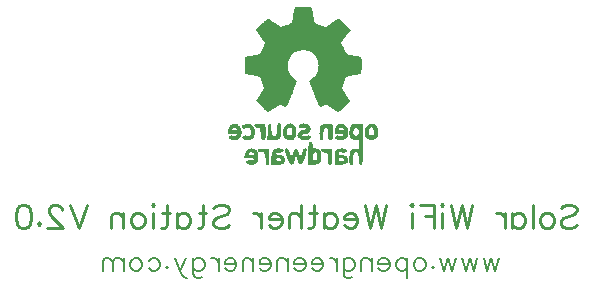
<source format=gbo>
G04 Layer: BottomSilkLayer*
G04 EasyEDA v5.9.42, Fri, 15 Feb 2019 08:44:07 GMT*
G04 63fce91bb22149d2a5f5640f5a0d42c2*
G04 Gerber Generator version 0.2*
G04 Scale: 100 percent, Rotated: No, Reflected: No *
G04 Dimensions in inches *
G04 leading zeros omitted , absolute positions ,2 integer and 4 decimal *
%FSLAX24Y24*%
%MOIN*%
G90*
G70D02*

%ADD10C,0.010000*%
%ADD23C,0.008000*%

%LPD*%

%LPD*%
G36*
G01X15095Y6348D02*
G01X15072Y6350D01*
G01X15050Y6349D01*
G01X15027Y6347D01*
G01X15006Y6343D01*
G01X14985Y6337D01*
G01X14965Y6329D01*
G01X14946Y6319D01*
G01X14930Y6307D01*
G01X14915Y6292D01*
G01X14904Y6279D01*
G01X14893Y6262D01*
G01X14882Y6242D01*
G01X14872Y6221D01*
G01X14862Y6199D01*
G01X14854Y6176D01*
G01X14847Y6154D01*
G01X14842Y6132D01*
G01X14821Y6030D01*
G01X15030Y6030D01*
G01X15064Y6028D01*
G01X15092Y6025D01*
G01X15113Y6021D01*
G01X15129Y6015D01*
G01X15139Y6009D01*
G01X15143Y6000D01*
G01X15142Y5990D01*
G01X15127Y5975D01*
G01X15098Y5962D01*
G01X15059Y5953D01*
G01X15014Y5950D01*
G01X14968Y5948D01*
G01X14926Y5943D01*
G01X14894Y5936D01*
G01X14876Y5927D01*
G01X14867Y5915D01*
G01X14864Y5901D01*
G01X14867Y5888D01*
G01X14875Y5875D01*
G01X14886Y5861D01*
G01X14902Y5848D01*
G01X14922Y5837D01*
G01X14944Y5827D01*
G01X14969Y5818D01*
G01X14996Y5811D01*
G01X15024Y5807D01*
G01X15053Y5806D01*
G01X15076Y5807D01*
G01X15098Y5809D01*
G01X15120Y5812D01*
G01X15139Y5817D01*
G01X15158Y5823D01*
G01X15176Y5830D01*
G01X15192Y5839D01*
G01X15207Y5850D01*
G01X15221Y5861D01*
G01X15234Y5874D01*
G01X15245Y5888D01*
G01X15256Y5904D01*
G01X15264Y5921D01*
G01X15272Y5939D01*
G01X15279Y5959D01*
G01X15285Y5980D01*
G01X15289Y6003D01*
G01X15292Y6026D01*
G01X15294Y6078D01*
G01X15293Y6111D01*
G01X15290Y6142D01*
G01X15285Y6171D01*
G01X15279Y6198D01*
G01X15270Y6223D01*
G01X15260Y6245D01*
G01X15247Y6265D01*
G01X15233Y6283D01*
G01X15218Y6298D01*
G01X15200Y6311D01*
G01X15181Y6322D01*
G01X15161Y6332D01*
G01X15140Y6339D01*
G01X15118Y6344D01*
G01X15095Y6348D01*
G37*

%LPC*%
G36*
G01X15090Y6221D02*
G01X15067Y6223D01*
G01X15044Y6221D01*
G01X15023Y6215D01*
G01X15006Y6205D01*
G01X14994Y6191D01*
G01X14990Y6174D01*
G01X14995Y6154D01*
G01X15011Y6139D01*
G01X15036Y6130D01*
G01X15070Y6126D01*
G01X15097Y6128D01*
G01X15118Y6132D01*
G01X15134Y6138D01*
G01X15145Y6147D01*
G01X15150Y6158D01*
G01X15149Y6171D01*
G01X15142Y6185D01*
G01X15128Y6201D01*
G01X15111Y6213D01*
G01X15090Y6221D01*
G37*

%LPD*%
G36*
G01X15470Y6346D02*
G01X15420Y6347D01*
G01X15379Y6346D01*
G01X15346Y6343D01*
G01X15319Y6339D01*
G01X15301Y6333D01*
G01X15288Y6325D01*
G01X15280Y6315D01*
G01X15278Y6304D01*
G01X15281Y6282D01*
G01X15289Y6263D01*
G01X15303Y6247D01*
G01X15321Y6234D01*
G01X15342Y6224D01*
G01X15368Y6218D01*
G01X15396Y6215D01*
G01X15426Y6217D01*
G01X15440Y6218D01*
G01X15453Y6217D01*
G01X15465Y6214D01*
G01X15476Y6208D01*
G01X15486Y6201D01*
G01X15494Y6190D01*
G01X15502Y6178D01*
G01X15509Y6163D01*
G01X15515Y6145D01*
G01X15520Y6125D01*
G01X15525Y6102D01*
G01X15528Y6076D01*
G01X15531Y6047D01*
G01X15532Y6015D01*
G01X15534Y5980D01*
G01X15534Y5942D01*
G01X15535Y5903D01*
G01X15537Y5872D01*
G01X15540Y5848D01*
G01X15546Y5831D01*
G01X15555Y5819D01*
G01X15566Y5811D01*
G01X15580Y5807D01*
G01X15599Y5806D01*
G01X15612Y5806D01*
G01X15624Y5809D01*
G01X15634Y5813D01*
G01X15642Y5821D01*
G01X15648Y5832D01*
G01X15653Y5848D01*
G01X15656Y5868D01*
G01X15659Y5895D01*
G01X15661Y5928D01*
G01X15662Y5969D01*
G01X15663Y6017D01*
G01X15663Y6344D01*
G01X15470Y6346D01*
G37*

%LPD*%
G36*
G01X17570Y6346D02*
G01X17525Y6346D01*
G01X17487Y6345D01*
G01X17456Y6342D01*
G01X17432Y6338D01*
G01X17415Y6332D01*
G01X17403Y6324D01*
G01X17396Y6315D01*
G01X17393Y6303D01*
G01X17396Y6283D01*
G01X17404Y6265D01*
G01X17417Y6249D01*
G01X17434Y6235D01*
G01X17455Y6224D01*
G01X17479Y6215D01*
G01X17507Y6210D01*
G01X17538Y6208D01*
G01X17551Y6207D01*
G01X17562Y6205D01*
G01X17572Y6200D01*
G01X17580Y6194D01*
G01X17587Y6185D01*
G01X17593Y6172D01*
G01X17597Y6156D01*
G01X17601Y6136D01*
G01X17604Y6111D01*
G01X17607Y6082D01*
G01X17609Y6047D01*
G01X17611Y6006D01*
G01X17614Y5966D01*
G01X17616Y5931D01*
G01X17618Y5901D01*
G01X17622Y5877D01*
G01X17626Y5857D01*
G01X17630Y5841D01*
G01X17636Y5828D01*
G01X17643Y5819D01*
G01X17651Y5813D01*
G01X17660Y5809D01*
G01X17671Y5807D01*
G01X17684Y5806D01*
G01X17697Y5806D01*
G01X17708Y5809D01*
G01X17717Y5813D01*
G01X17725Y5821D01*
G01X17731Y5832D01*
G01X17736Y5848D01*
G01X17740Y5869D01*
G01X17743Y5896D01*
G01X17744Y5929D01*
G01X17745Y5970D01*
G01X17746Y6018D01*
G01X17746Y6344D01*
G01X17570Y6346D01*
G37*

%LPD*%
G36*
G01X18106Y6348D02*
G01X18076Y6350D01*
G01X18044Y6349D01*
G01X18013Y6346D01*
G01X17982Y6342D01*
G01X17953Y6336D01*
G01X17927Y6328D01*
G01X17904Y6317D01*
G01X17892Y6310D01*
G01X17881Y6302D01*
G01X17872Y6292D01*
G01X17865Y6280D01*
G01X17859Y6265D01*
G01X17853Y6247D01*
G01X17850Y6226D01*
G01X17847Y6200D01*
G01X17844Y6169D01*
G01X17843Y6134D01*
G01X17843Y6093D01*
G01X17842Y6045D01*
G01X17842Y5806D01*
G01X18045Y5806D01*
G01X18074Y5808D01*
G01X18102Y5811D01*
G01X18127Y5815D01*
G01X18151Y5820D01*
G01X18173Y5826D01*
G01X18193Y5834D01*
G01X18211Y5842D01*
G01X18227Y5852D01*
G01X18241Y5862D01*
G01X18253Y5874D01*
G01X18264Y5886D01*
G01X18272Y5900D01*
G01X18278Y5915D01*
G01X18282Y5930D01*
G01X18285Y5947D01*
G01X18285Y5965D01*
G01X18282Y5983D01*
G01X18278Y6003D01*
G01X18272Y6023D01*
G01X18262Y6048D01*
G01X18252Y6068D01*
G01X18239Y6084D01*
G01X18222Y6096D01*
G01X18202Y6105D01*
G01X18177Y6112D01*
G01X18145Y6117D01*
G01X18106Y6120D01*
G01X18072Y6123D01*
G01X18043Y6128D01*
G01X18020Y6133D01*
G01X18002Y6139D01*
G01X17988Y6147D01*
G01X17978Y6157D01*
G01X17972Y6168D01*
G01X17970Y6180D01*
G01X17972Y6194D01*
G01X17976Y6204D01*
G01X17982Y6212D01*
G01X17993Y6217D01*
G01X18008Y6219D01*
G01X18027Y6219D01*
G01X18051Y6217D01*
G01X18111Y6209D01*
G01X18139Y6209D01*
G01X18164Y6211D01*
G01X18186Y6216D01*
G01X18206Y6223D01*
G01X18221Y6231D01*
G01X18232Y6242D01*
G01X18240Y6254D01*
G01X18243Y6267D01*
G01X18240Y6282D01*
G01X18233Y6297D01*
G01X18220Y6313D01*
G01X18205Y6324D01*
G01X18186Y6332D01*
G01X18163Y6340D01*
G01X18136Y6345D01*
G01X18106Y6348D01*
G37*

%LPC*%
G36*
G01X18075Y6029D02*
G01X18045Y6030D01*
G01X18014Y6027D01*
G01X17991Y6017D01*
G01X17976Y6002D01*
G01X17970Y5982D01*
G01X17973Y5970D01*
G01X17981Y5959D01*
G01X17993Y5950D01*
G01X18009Y5943D01*
G01X18027Y5938D01*
G01X18046Y5934D01*
G01X18066Y5933D01*
G01X18086Y5934D01*
G01X18104Y5937D01*
G01X18121Y5943D01*
G01X18134Y5951D01*
G01X18144Y5961D01*
G01X18150Y5976D01*
G01X18151Y5990D01*
G01X18146Y6001D01*
G01X18136Y6011D01*
G01X18120Y6019D01*
G01X18100Y6025D01*
G01X18075Y6029D01*
G37*

%LPD*%
G36*
G01X18772Y7176D02*
G01X18580Y7176D01*
G01X18547Y7174D01*
G01X18515Y7170D01*
G01X18485Y7166D01*
G01X18459Y7161D01*
G01X18435Y7154D01*
G01X18417Y7148D01*
G01X18403Y7140D01*
G01X18393Y7130D01*
G01X18382Y7117D01*
G01X18373Y7101D01*
G01X18364Y7083D01*
G01X18356Y7062D01*
G01X18348Y7039D01*
G01X18342Y7015D01*
G01X18336Y6990D01*
G01X18332Y6963D01*
G01X18329Y6937D01*
G01X18327Y6910D01*
G01X18326Y6883D01*
G01X18326Y6857D01*
G01X18328Y6832D01*
G01X18331Y6808D01*
G01X18335Y6786D01*
G01X18342Y6764D01*
G01X18351Y6744D01*
G01X18361Y6725D01*
G01X18373Y6707D01*
G01X18387Y6691D01*
G01X18402Y6676D01*
G01X18418Y6663D01*
G01X18435Y6651D01*
G01X18453Y6642D01*
G01X18471Y6634D01*
G01X18489Y6628D01*
G01X18507Y6625D01*
G01X18526Y6625D01*
G01X18543Y6626D01*
G01X18561Y6631D01*
G01X18577Y6638D01*
G01X18598Y6648D01*
G01X18614Y6654D01*
G01X18626Y6653D01*
G01X18634Y6644D01*
G01X18639Y6626D01*
G01X18642Y6597D01*
G01X18643Y6557D01*
G01X18643Y6332D01*
G01X18535Y6344D01*
G01X18513Y6346D01*
G01X18492Y6346D01*
G01X18472Y6344D01*
G01X18454Y6341D01*
G01X18438Y6336D01*
G01X18422Y6328D01*
G01X18407Y6319D01*
G01X18394Y6308D01*
G01X18382Y6295D01*
G01X18372Y6280D01*
G01X18362Y6263D01*
G01X18353Y6244D01*
G01X18346Y6222D01*
G01X18340Y6198D01*
G01X18335Y6172D01*
G01X18330Y6144D01*
G01X18327Y6113D01*
G01X18325Y6080D01*
G01X18323Y6045D01*
G01X18323Y5965D01*
G01X18324Y5930D01*
G01X18325Y5900D01*
G01X18327Y5875D01*
G01X18330Y5855D01*
G01X18334Y5839D01*
G01X18339Y5827D01*
G01X18345Y5818D01*
G01X18353Y5812D01*
G01X18363Y5808D01*
G01X18374Y5806D01*
G01X18387Y5806D01*
G01X18406Y5807D01*
G01X18421Y5811D01*
G01X18432Y5820D01*
G01X18440Y5835D01*
G01X18446Y5856D01*
G01X18449Y5886D01*
G01X18451Y5925D01*
G01X18452Y5974D01*
G01X18452Y6009D01*
G01X18453Y6041D01*
G01X18455Y6070D01*
G01X18458Y6096D01*
G01X18462Y6120D01*
G01X18466Y6141D01*
G01X18472Y6159D01*
G01X18478Y6175D01*
G01X18485Y6188D01*
G01X18494Y6199D01*
G01X18503Y6207D01*
G01X18514Y6213D01*
G01X18525Y6217D01*
G01X18538Y6219D01*
G01X18552Y6219D01*
G01X18567Y6217D01*
G01X18579Y6214D01*
G01X18589Y6210D01*
G01X18598Y6203D01*
G01X18606Y6195D01*
G01X18612Y6184D01*
G01X18618Y6170D01*
G01X18622Y6153D01*
G01X18627Y6132D01*
G01X18630Y6107D01*
G01X18632Y6078D01*
G01X18635Y6045D01*
G01X18637Y6006D01*
G01X18639Y5965D01*
G01X18642Y5931D01*
G01X18644Y5901D01*
G01X18647Y5877D01*
G01X18651Y5857D01*
G01X18656Y5841D01*
G01X18661Y5828D01*
G01X18668Y5819D01*
G01X18676Y5813D01*
G01X18685Y5809D01*
G01X18697Y5807D01*
G01X18709Y5806D01*
G01X18715Y5806D01*
G01X18721Y5807D01*
G01X18727Y5807D01*
G01X18731Y5809D01*
G01X18736Y5812D01*
G01X18740Y5815D01*
G01X18744Y5820D01*
G01X18748Y5826D01*
G01X18751Y5834D01*
G01X18754Y5844D01*
G01X18757Y5855D01*
G01X18759Y5868D01*
G01X18761Y5884D01*
G01X18763Y5901D01*
G01X18764Y5922D01*
G01X18766Y5945D01*
G01X18767Y5971D01*
G01X18768Y6000D01*
G01X18769Y6032D01*
G01X18770Y6067D01*
G01X18770Y6106D01*
G01X18771Y6149D01*
G01X18771Y6246D01*
G01X18772Y6301D01*
G01X18772Y7176D01*
G37*

%LPC*%
G36*
G01X18557Y7052D02*
G01X18542Y7053D01*
G01X18527Y7047D01*
G01X18512Y7034D01*
G01X18497Y7015D01*
G01X18482Y6989D01*
G01X18470Y6963D01*
G01X18462Y6936D01*
G01X18458Y6910D01*
G01X18457Y6884D01*
G01X18460Y6860D01*
G01X18466Y6838D01*
G01X18475Y6818D01*
G01X18486Y6801D01*
G01X18501Y6787D01*
G01X18517Y6778D01*
G01X18536Y6773D01*
G01X18556Y6773D01*
G01X18576Y6779D01*
G01X18593Y6790D01*
G01X18609Y6805D01*
G01X18621Y6823D01*
G01X18631Y6844D01*
G01X18638Y6867D01*
G01X18642Y6892D01*
G01X18642Y6917D01*
G01X18639Y6942D01*
G01X18633Y6967D01*
G01X18623Y6989D01*
G01X18610Y7010D01*
G01X18591Y7030D01*
G01X18573Y7044D01*
G01X18557Y7052D01*
G37*

%LPD*%
G36*
G01X15996Y6350D02*
G01X15967Y6351D01*
G01X15940Y6350D01*
G01X15915Y6348D01*
G01X15892Y6345D01*
G01X15870Y6341D01*
G01X15851Y6335D01*
G01X15833Y6327D01*
G01X15816Y6318D01*
G01X15802Y6307D01*
G01X15789Y6294D01*
G01X15777Y6280D01*
G01X15767Y6263D01*
G01X15757Y6245D01*
G01X15750Y6224D01*
G01X15743Y6201D01*
G01X15738Y6176D01*
G01X15734Y6148D01*
G01X15731Y6117D01*
G01X15728Y6084D01*
G01X15727Y6049D01*
G01X15727Y5813D01*
G01X15918Y5810D01*
G01X15988Y5810D01*
G01X16016Y5811D01*
G01X16040Y5813D01*
G01X16061Y5816D01*
G01X16080Y5819D01*
G01X16095Y5825D01*
G01X16107Y5830D01*
G01X16118Y5838D01*
G01X16128Y5846D01*
G01X16136Y5857D01*
G01X16143Y5869D01*
G01X16154Y5891D01*
G01X16163Y5912D01*
G01X16169Y5933D01*
G01X16174Y5953D01*
G01X16176Y5973D01*
G01X16176Y5991D01*
G01X16175Y6009D01*
G01X16171Y6026D01*
G01X16165Y6041D01*
G01X16157Y6056D01*
G01X16147Y6069D01*
G01X16136Y6082D01*
G01X16122Y6093D01*
G01X16107Y6103D01*
G01X16089Y6113D01*
G01X16071Y6120D01*
G01X16050Y6126D01*
G01X16027Y6132D01*
G01X16003Y6135D01*
G01X15977Y6137D01*
G01X15948Y6140D01*
G01X15925Y6144D01*
G01X15908Y6151D01*
G01X15896Y6158D01*
G01X15890Y6166D01*
G01X15889Y6174D01*
G01X15893Y6182D01*
G01X15903Y6190D01*
G01X15918Y6197D01*
G01X15937Y6203D01*
G01X15962Y6207D01*
G01X15992Y6208D01*
G01X16028Y6211D01*
G01X16060Y6219D01*
G01X16088Y6230D01*
G01X16110Y6244D01*
G01X16126Y6260D01*
G01X16135Y6278D01*
G01X16136Y6296D01*
G01X16129Y6316D01*
G01X16122Y6323D01*
G01X16110Y6329D01*
G01X16093Y6335D01*
G01X16073Y6340D01*
G01X16049Y6345D01*
G01X16023Y6348D01*
G01X15996Y6350D01*
G37*

%LPC*%
G36*
G01X15982Y6025D02*
G01X15961Y6026D01*
G01X15936Y6023D01*
G01X15912Y6017D01*
G01X15892Y6007D01*
G01X15881Y5995D01*
G01X15878Y5982D01*
G01X15888Y5968D01*
G01X15908Y5956D01*
G01X15935Y5946D01*
G01X15966Y5940D01*
G01X15996Y5938D01*
G01X16022Y5940D01*
G01X16040Y5947D01*
G01X16047Y5959D01*
G01X16045Y5976D01*
G01X16039Y5991D01*
G01X16030Y6003D01*
G01X16017Y6013D01*
G01X16002Y6020D01*
G01X15982Y6025D01*
G37*

%LPD*%
G36*
G01X17052Y6568D02*
G01X17031Y6570D01*
G01X17010Y6568D01*
G01X17003Y6565D01*
G01X16997Y6562D01*
G01X16990Y6556D01*
G01X16985Y6548D01*
G01X16980Y6537D01*
G01X16976Y6524D01*
G01X16972Y6508D01*
G01X16968Y6488D01*
G01X16965Y6465D01*
G01X16963Y6439D01*
G01X16960Y6408D01*
G01X16958Y6373D01*
G01X16956Y6334D01*
G01X16955Y6289D01*
G01X16953Y6240D01*
G01X16952Y6185D01*
G01X16943Y5812D01*
G01X17111Y5811D01*
G01X17144Y5811D01*
G01X17175Y5812D01*
G01X17202Y5814D01*
G01X17228Y5817D01*
G01X17251Y5821D01*
G01X17272Y5827D01*
G01X17292Y5834D01*
G01X17309Y5842D01*
G01X17324Y5851D01*
G01X17338Y5863D01*
G01X17350Y5876D01*
G01X17360Y5890D01*
G01X17368Y5907D01*
G01X17376Y5925D01*
G01X17381Y5946D01*
G01X17386Y5968D01*
G01X17389Y5993D01*
G01X17392Y6020D01*
G01X17393Y6049D01*
G01X17393Y6116D01*
G01X17391Y6149D01*
G01X17388Y6178D01*
G01X17383Y6205D01*
G01X17377Y6230D01*
G01X17369Y6252D01*
G01X17360Y6272D01*
G01X17349Y6289D01*
G01X17337Y6304D01*
G01X17322Y6317D01*
G01X17306Y6328D01*
G01X17289Y6336D01*
G01X17269Y6342D01*
G01X17248Y6347D01*
G01X17224Y6350D01*
G01X17199Y6351D01*
G01X17171Y6351D01*
G01X17150Y6354D01*
G01X17133Y6359D01*
G01X17121Y6367D01*
G01X17113Y6378D01*
G01X17108Y6394D01*
G01X17106Y6415D01*
G01X17105Y6442D01*
G01X17103Y6478D01*
G01X17098Y6512D01*
G01X17091Y6539D01*
G01X17082Y6555D01*
G01X17070Y6563D01*
G01X17052Y6568D01*
G37*

%LPC*%
G36*
G01X17207Y6217D02*
G01X17193Y6218D01*
G01X17177Y6216D01*
G01X17163Y6212D01*
G01X17151Y6205D01*
G01X17141Y6194D01*
G01X17133Y6180D01*
G01X17128Y6162D01*
G01X17124Y6139D01*
G01X17122Y6111D01*
G01X17121Y6078D01*
G01X17122Y6042D01*
G01X17123Y6013D01*
G01X17127Y5991D01*
G01X17133Y5974D01*
G01X17141Y5962D01*
G01X17153Y5955D01*
G01X17167Y5951D01*
G01X17185Y5950D01*
G01X17215Y5955D01*
G01X17237Y5971D01*
G01X17251Y5999D01*
G01X17260Y6041D01*
G01X17262Y6071D01*
G01X17263Y6098D01*
G01X17262Y6123D01*
G01X17260Y6145D01*
G01X17255Y6164D01*
G01X17249Y6180D01*
G01X17241Y6194D01*
G01X17231Y6204D01*
G01X17220Y6212D01*
G01X17207Y6217D01*
G37*

%LPD*%
G36*
G01X16252Y6349D02*
G01X16237Y6351D01*
G01X16223Y6350D01*
G01X16211Y6349D01*
G01X16201Y6346D01*
G01X16193Y6341D01*
G01X16187Y6334D01*
G01X16183Y6326D01*
G01X16181Y6314D01*
G01X16180Y6300D01*
G01X16182Y6282D01*
G01X16186Y6261D01*
G01X16192Y6237D01*
G01X16201Y6208D01*
G01X16211Y6175D01*
G01X16223Y6137D01*
G01X16238Y6094D01*
G01X16254Y6046D01*
G01X16268Y6007D01*
G01X16281Y5973D01*
G01X16294Y5942D01*
G01X16306Y5915D01*
G01X16318Y5891D01*
G01X16329Y5871D01*
G01X16340Y5854D01*
G01X16351Y5840D01*
G01X16362Y5829D01*
G01X16372Y5821D01*
G01X16384Y5815D01*
G01X16394Y5812D01*
G01X16412Y5811D01*
G01X16427Y5814D01*
G01X16441Y5823D01*
G01X16453Y5837D01*
G01X16464Y5858D01*
G01X16475Y5887D01*
G01X16486Y5925D01*
G01X16498Y5972D01*
G01X16539Y6142D01*
G01X16589Y5982D01*
G01X16597Y5959D01*
G01X16605Y5938D01*
G01X16613Y5919D01*
G01X16620Y5902D01*
G01X16628Y5886D01*
G01X16636Y5873D01*
G01X16645Y5860D01*
G01X16653Y5850D01*
G01X16661Y5842D01*
G01X16670Y5834D01*
G01X16678Y5830D01*
G01X16687Y5826D01*
G01X16696Y5824D01*
G01X16704Y5825D01*
G01X16713Y5826D01*
G01X16722Y5830D01*
G01X16731Y5835D01*
G01X16739Y5842D01*
G01X16748Y5850D01*
G01X16757Y5861D01*
G01X16766Y5873D01*
G01X16775Y5886D01*
G01X16784Y5901D01*
G01X16793Y5918D01*
G01X16801Y5937D01*
G01X16810Y5957D01*
G01X16819Y5979D01*
G01X16828Y6003D01*
G01X16836Y6028D01*
G01X16845Y6055D01*
G01X16854Y6083D01*
G01X16862Y6113D01*
G01X16871Y6145D01*
G01X16879Y6178D01*
G01X16887Y6213D01*
G01X16896Y6250D01*
G01X16902Y6279D01*
G01X16905Y6302D01*
G01X16905Y6320D01*
G01X16902Y6333D01*
G01X16896Y6342D01*
G01X16886Y6347D01*
G01X16872Y6350D01*
G01X16854Y6351D01*
G01X16837Y6349D01*
G01X16821Y6343D01*
G01X16807Y6333D01*
G01X16795Y6317D01*
G01X16783Y6295D01*
G01X16772Y6267D01*
G01X16760Y6231D01*
G01X16748Y6187D01*
G01X16707Y6024D01*
G01X16655Y6179D01*
G01X16644Y6210D01*
G01X16633Y6237D01*
G01X16622Y6261D01*
G01X16610Y6282D01*
G01X16599Y6300D01*
G01X16588Y6315D01*
G01X16576Y6326D01*
G01X16565Y6334D01*
G01X16553Y6338D01*
G01X16542Y6340D01*
G01X16531Y6338D01*
G01X16519Y6332D01*
G01X16508Y6324D01*
G01X16497Y6313D01*
G01X16486Y6298D01*
G01X16476Y6280D01*
G01X16465Y6258D01*
G01X16455Y6234D01*
G01X16445Y6205D01*
G01X16435Y6174D01*
G01X16424Y6138D01*
G01X16414Y6108D01*
G01X16405Y6086D01*
G01X16397Y6070D01*
G01X16390Y6062D01*
G01X16384Y6060D01*
G01X16380Y6066D01*
G01X16376Y6078D01*
G01X16367Y6122D01*
G01X16357Y6163D01*
G01X16348Y6198D01*
G01X16337Y6231D01*
G01X16327Y6259D01*
G01X16315Y6284D01*
G01X16304Y6304D01*
G01X16291Y6321D01*
G01X16279Y6334D01*
G01X16265Y6343D01*
G01X16252Y6349D01*
G37*

%LPD*%
G36*
G01X16818Y7182D02*
G01X16792Y7182D01*
G01X16766Y7178D01*
G01X16741Y7173D01*
G01X16717Y7165D01*
G01X16694Y7154D01*
G01X16673Y7141D01*
G01X16655Y7125D01*
G01X16641Y7109D01*
G01X16633Y7095D01*
G01X16631Y7081D01*
G01X16633Y7069D01*
G01X16640Y7058D01*
G01X16652Y7049D01*
G01X16667Y7042D01*
G01X16687Y7038D01*
G01X16710Y7036D01*
G01X16737Y7037D01*
G01X16767Y7042D01*
G01X16792Y7046D01*
G01X16815Y7048D01*
G01X16835Y7048D01*
G01X16852Y7046D01*
G01X16866Y7044D01*
G01X16878Y7040D01*
G01X16886Y7035D01*
G01X16892Y7029D01*
G01X16894Y7023D01*
G01X16893Y7015D01*
G01X16888Y7008D01*
G01X16880Y7001D01*
G01X16868Y6994D01*
G01X16852Y6987D01*
G01X16832Y6980D01*
G01X16809Y6975D01*
G01X16780Y6968D01*
G01X16753Y6959D01*
G01X16728Y6950D01*
G01X16705Y6939D01*
G01X16684Y6928D01*
G01X16665Y6915D01*
G01X16648Y6902D01*
G01X16634Y6888D01*
G01X16621Y6873D01*
G01X16611Y6857D01*
G01X16603Y6842D01*
G01X16598Y6826D01*
G01X16595Y6809D01*
G01X16595Y6793D01*
G01X16597Y6776D01*
G01X16602Y6760D01*
G01X16609Y6743D01*
G01X16619Y6727D01*
G01X16632Y6711D01*
G01X16648Y6696D01*
G01X16666Y6681D01*
G01X16684Y6669D01*
G01X16701Y6657D01*
G01X16719Y6647D01*
G01X16737Y6639D01*
G01X16756Y6633D01*
G01X16775Y6628D01*
G01X16794Y6625D01*
G01X16813Y6623D01*
G01X16833Y6623D01*
G01X16853Y6624D01*
G01X16875Y6627D01*
G01X16896Y6632D01*
G01X16918Y6638D01*
G01X16941Y6646D01*
G01X16964Y6655D01*
G01X17001Y6670D01*
G01X17028Y6683D01*
G01X17047Y6694D01*
G01X17058Y6705D01*
G01X17061Y6715D01*
G01X17058Y6727D01*
G01X17049Y6740D01*
G01X17035Y6755D01*
G01X17006Y6779D01*
G01X16980Y6788D01*
G01X16951Y6784D01*
G01X16914Y6768D01*
G01X16885Y6755D01*
G01X16857Y6748D01*
G01X16830Y6746D01*
G01X16805Y6748D01*
G01X16784Y6754D01*
G01X16767Y6765D01*
G01X16756Y6780D01*
G01X16752Y6798D01*
G01X16758Y6811D01*
G01X16774Y6822D01*
G01X16797Y6829D01*
G01X16826Y6832D01*
G01X16848Y6832D01*
G01X16871Y6836D01*
G01X16892Y6840D01*
G01X16911Y6847D01*
G01X16930Y6855D01*
G01X16947Y6865D01*
G01X16963Y6876D01*
G01X16978Y6888D01*
G01X16991Y6901D01*
G01X17003Y6915D01*
G01X17013Y6930D01*
G01X17021Y6946D01*
G01X17028Y6962D01*
G01X17033Y6978D01*
G01X17036Y6995D01*
G01X17037Y7012D01*
G01X17036Y7028D01*
G01X17033Y7045D01*
G01X17028Y7061D01*
G01X17021Y7077D01*
G01X17012Y7093D01*
G01X17000Y7107D01*
G01X16986Y7121D01*
G01X16970Y7134D01*
G01X16947Y7148D01*
G01X16923Y7160D01*
G01X16897Y7169D01*
G01X16872Y7176D01*
G01X16845Y7180D01*
G01X16818Y7182D01*
G37*

%LPD*%
G36*
G01X14973Y7180D02*
G01X14950Y7182D01*
G01X14925Y7180D01*
G01X14900Y7176D01*
G01X14873Y7169D01*
G01X14845Y7159D01*
G01X14815Y7147D01*
G01X14784Y7132D01*
G01X14761Y7118D01*
G01X14746Y7105D01*
G01X14738Y7091D01*
G01X14737Y7078D01*
G01X14743Y7063D01*
G01X14755Y7047D01*
G01X14774Y7030D01*
G01X14795Y7017D01*
G01X14817Y7012D01*
G01X14840Y7015D01*
G01X14863Y7025D01*
G01X14884Y7037D01*
G01X14907Y7046D01*
G01X14930Y7053D01*
G01X14948Y7055D01*
G01X14963Y7053D01*
G01X14978Y7046D01*
G01X14991Y7035D01*
G01X15004Y7020D01*
G01X15015Y7002D01*
G01X15025Y6982D01*
G01X15033Y6960D01*
G01X15039Y6936D01*
G01X15043Y6912D01*
G01X15044Y6888D01*
G01X15043Y6864D01*
G01X15039Y6840D01*
G01X15032Y6817D01*
G01X15025Y6798D01*
G01X15015Y6785D01*
G01X15004Y6776D01*
G01X14988Y6771D01*
G01X14968Y6770D01*
G01X14942Y6772D01*
G01X14910Y6777D01*
G01X14878Y6781D01*
G01X14849Y6781D01*
G01X14823Y6779D01*
G01X14801Y6773D01*
G01X14782Y6766D01*
G01X14767Y6756D01*
G01X14757Y6744D01*
G01X14752Y6732D01*
G01X14751Y6717D01*
G01X14756Y6702D01*
G01X14767Y6686D01*
G01X14784Y6669D01*
G01X14801Y6657D01*
G01X14819Y6647D01*
G01X14840Y6640D01*
G01X14863Y6634D01*
G01X14886Y6630D01*
G01X14910Y6628D01*
G01X14935Y6628D01*
G01X14960Y6630D01*
G01X14984Y6634D01*
G01X15008Y6640D01*
G01X15031Y6647D01*
G01X15053Y6656D01*
G01X15074Y6667D01*
G01X15093Y6679D01*
G01X15109Y6693D01*
G01X15123Y6708D01*
G01X15135Y6726D01*
G01X15146Y6744D01*
G01X15155Y6763D01*
G01X15163Y6783D01*
G01X15175Y6825D01*
G01X15181Y6869D01*
G01X15181Y6913D01*
G01X15180Y6934D01*
G01X15172Y6978D01*
G01X15166Y6998D01*
G01X15159Y7019D01*
G01X15151Y7038D01*
G01X15140Y7056D01*
G01X15130Y7074D01*
G01X15117Y7090D01*
G01X15103Y7105D01*
G01X15082Y7126D01*
G01X15060Y7142D01*
G01X15039Y7156D01*
G01X15018Y7167D01*
G01X14996Y7175D01*
G01X14973Y7180D01*
G37*

%LPD*%
G36*
G01X14545Y7176D02*
G01X14522Y7178D01*
G01X14498Y7176D01*
G01X14470Y7171D01*
G01X14448Y7166D01*
G01X14427Y7160D01*
G01X14407Y7152D01*
G01X14389Y7143D01*
G01X14373Y7133D01*
G01X14358Y7121D01*
G01X14344Y7109D01*
G01X14332Y7095D01*
G01X14321Y7080D01*
G01X14312Y7063D01*
G01X14304Y7045D01*
G01X14297Y7026D01*
G01X14293Y7005D01*
G01X14289Y6983D01*
G01X14286Y6960D01*
G01X14285Y6936D01*
G01X14285Y6832D01*
G01X14453Y6830D01*
G01X14503Y6830D01*
G01X14542Y6828D01*
G01X14568Y6826D01*
G01X14585Y6822D01*
G01X14591Y6817D01*
G01X14588Y6808D01*
G01X14578Y6798D01*
G01X14560Y6784D01*
G01X14529Y6764D01*
G01X14500Y6755D01*
G01X14470Y6758D01*
G01X14438Y6771D01*
G01X14407Y6784D01*
G01X14380Y6787D01*
G01X14354Y6780D01*
G01X14329Y6764D01*
G01X14305Y6742D01*
G01X14298Y6723D01*
G01X14306Y6703D01*
G01X14331Y6676D01*
G01X14346Y6663D01*
G01X14364Y6652D01*
G01X14384Y6643D01*
G01X14406Y6637D01*
G01X14430Y6632D01*
G01X14454Y6629D01*
G01X14479Y6628D01*
G01X14505Y6630D01*
G01X14531Y6633D01*
G01X14556Y6638D01*
G01X14580Y6644D01*
G01X14603Y6653D01*
G01X14625Y6663D01*
G01X14644Y6675D01*
G01X14661Y6688D01*
G01X14676Y6704D01*
G01X14688Y6721D01*
G01X14699Y6739D01*
G01X14709Y6758D01*
G01X14717Y6778D01*
G01X14723Y6798D01*
G01X14728Y6820D01*
G01X14732Y6842D01*
G01X14734Y6864D01*
G01X14735Y6887D01*
G01X14734Y6909D01*
G01X14732Y6932D01*
G01X14728Y6954D01*
G01X14723Y6976D01*
G01X14717Y6998D01*
G01X14710Y7019D01*
G01X14701Y7039D01*
G01X14690Y7058D01*
G01X14678Y7076D01*
G01X14665Y7093D01*
G01X14651Y7109D01*
G01X14627Y7131D01*
G01X14606Y7149D01*
G01X14586Y7162D01*
G01X14565Y7171D01*
G01X14545Y7176D01*
G37*

%LPC*%
G36*
G01X14509Y7046D02*
G01X14486Y7048D01*
G01X14465Y7044D01*
G01X14446Y7034D01*
G01X14431Y7020D01*
G01X14421Y7000D01*
G01X14421Y6982D01*
G01X14437Y6970D01*
G01X14466Y6962D01*
G01X14510Y6960D01*
G01X14540Y6960D01*
G01X14562Y6961D01*
G01X14578Y6964D01*
G01X14588Y6968D01*
G01X14591Y6975D01*
G01X14590Y6983D01*
G01X14583Y6995D01*
G01X14572Y7009D01*
G01X14553Y7027D01*
G01X14531Y7040D01*
G01X14509Y7046D01*
G37*

%LPD*%
G36*
G01X16373Y7181D02*
G01X16355Y7182D01*
G01X16337Y7181D01*
G01X16318Y7179D01*
G01X16300Y7175D01*
G01X16282Y7169D01*
G01X16248Y7153D01*
G01X16232Y7143D01*
G01X16216Y7131D01*
G01X16201Y7118D01*
G01X16187Y7104D01*
G01X16174Y7088D01*
G01X16162Y7071D01*
G01X16151Y7054D01*
G01X16141Y7035D01*
G01X16132Y7015D01*
G01X16125Y6994D01*
G01X16119Y6972D01*
G01X16115Y6949D01*
G01X16112Y6925D01*
G01X16111Y6901D01*
G01X16113Y6870D01*
G01X16115Y6841D01*
G01X16120Y6814D01*
G01X16127Y6788D01*
G01X16135Y6764D01*
G01X16146Y6742D01*
G01X16157Y6721D01*
G01X16171Y6703D01*
G01X16186Y6686D01*
G01X16202Y6671D01*
G01X16221Y6658D01*
G01X16240Y6648D01*
G01X16261Y6639D01*
G01X16283Y6633D01*
G01X16306Y6630D01*
G01X16330Y6628D01*
G01X16353Y6629D01*
G01X16375Y6631D01*
G01X16395Y6634D01*
G01X16414Y6639D01*
G01X16432Y6645D01*
G01X16464Y6661D01*
G01X16478Y6671D01*
G01X16492Y6683D01*
G01X16503Y6696D01*
G01X16514Y6710D01*
G01X16524Y6725D01*
G01X16532Y6742D01*
G01X16540Y6761D01*
G01X16546Y6780D01*
G01X16551Y6801D01*
G01X16555Y6824D01*
G01X16558Y6848D01*
G01X16560Y6874D01*
G01X16560Y6901D01*
G01X16559Y6940D01*
G01X16557Y6976D01*
G01X16552Y7007D01*
G01X16546Y7035D01*
G01X16537Y7060D01*
G01X16526Y7082D01*
G01X16512Y7102D01*
G01X16496Y7120D01*
G01X16480Y7135D01*
G01X16463Y7147D01*
G01X16446Y7158D01*
G01X16428Y7167D01*
G01X16410Y7173D01*
G01X16392Y7178D01*
G01X16373Y7181D01*
G37*

%LPC*%
G36*
G01X16360Y7052D02*
G01X16346Y7053D01*
G01X16332Y7051D01*
G01X16318Y7046D01*
G01X16303Y7038D01*
G01X16288Y7026D01*
G01X16273Y7010D01*
G01X16259Y6985D01*
G01X16249Y6951D01*
G01X16244Y6912D01*
G01X16245Y6873D01*
G01X16249Y6849D01*
G01X16254Y6829D01*
G01X16261Y6813D01*
G01X16270Y6801D01*
G01X16281Y6793D01*
G01X16296Y6787D01*
G01X16314Y6784D01*
G01X16336Y6783D01*
G01X16359Y6784D01*
G01X16377Y6788D01*
G01X16392Y6794D01*
G01X16403Y6803D01*
G01X16412Y6817D01*
G01X16418Y6836D01*
G01X16423Y6861D01*
G01X16426Y6892D01*
G01X16428Y6918D01*
G01X16427Y6942D01*
G01X16424Y6964D01*
G01X16419Y6984D01*
G01X16413Y7002D01*
G01X16405Y7017D01*
G01X16395Y7030D01*
G01X16384Y7040D01*
G01X16372Y7047D01*
G01X16360Y7052D01*
G37*

%LPD*%
G36*
G01X18056Y7178D02*
G01X18038Y7178D01*
G01X18021Y7176D01*
G01X18003Y7173D01*
G01X17987Y7168D01*
G01X17971Y7162D01*
G01X17955Y7154D01*
G01X17940Y7145D01*
G01X17927Y7135D01*
G01X17913Y7123D01*
G01X17901Y7111D01*
G01X17889Y7096D01*
G01X17879Y7081D01*
G01X17870Y7065D01*
G01X17861Y7047D01*
G01X17855Y7029D01*
G01X17850Y7009D01*
G01X17846Y6988D01*
G01X17843Y6967D01*
G01X17842Y6944D01*
G01X17842Y6919D01*
G01X17843Y6898D01*
G01X17845Y6881D01*
G01X17848Y6867D01*
G01X17854Y6856D01*
G01X17863Y6847D01*
G01X17876Y6841D01*
G01X17892Y6836D01*
G01X17913Y6832D01*
G01X17939Y6830D01*
G01X17972Y6827D01*
G01X18010Y6825D01*
G01X18063Y6822D01*
G01X18101Y6819D01*
G01X18128Y6815D01*
G01X18143Y6811D01*
G01X18147Y6805D01*
G01X18141Y6797D01*
G01X18127Y6786D01*
G01X18105Y6773D01*
G01X18067Y6755D01*
G01X18036Y6748D01*
G01X18010Y6753D01*
G01X17984Y6769D01*
G01X17960Y6786D01*
G01X17938Y6791D01*
G01X17915Y6784D01*
G01X17889Y6766D01*
G01X17864Y6742D01*
G01X17855Y6723D01*
G01X17863Y6703D01*
G01X17888Y6676D01*
G01X17903Y6663D01*
G01X17922Y6652D01*
G01X17942Y6643D01*
G01X17964Y6637D01*
G01X17987Y6632D01*
G01X18012Y6629D01*
G01X18037Y6628D01*
G01X18063Y6630D01*
G01X18088Y6633D01*
G01X18113Y6638D01*
G01X18138Y6644D01*
G01X18161Y6653D01*
G01X18182Y6663D01*
G01X18202Y6675D01*
G01X18219Y6688D01*
G01X18234Y6704D01*
G01X18246Y6720D01*
G01X18256Y6738D01*
G01X18266Y6757D01*
G01X18274Y6777D01*
G01X18280Y6798D01*
G01X18285Y6819D01*
G01X18289Y6841D01*
G01X18291Y6863D01*
G01X18292Y6886D01*
G01X18292Y6908D01*
G01X18289Y6930D01*
G01X18286Y6953D01*
G01X18282Y6975D01*
G01X18276Y6996D01*
G01X18268Y7017D01*
G01X18260Y7037D01*
G01X18250Y7055D01*
G01X18239Y7073D01*
G01X18226Y7090D01*
G01X18212Y7105D01*
G01X18196Y7121D01*
G01X18179Y7134D01*
G01X18162Y7145D01*
G01X18144Y7155D01*
G01X18127Y7163D01*
G01X18109Y7169D01*
G01X18091Y7174D01*
G01X18073Y7177D01*
G01X18056Y7178D01*
G37*

%LPC*%
G36*
G01X18067Y7046D02*
G01X18044Y7048D01*
G01X18023Y7044D01*
G01X18004Y7034D01*
G01X17989Y7020D01*
G01X17978Y7000D01*
G01X17979Y6982D01*
G01X17994Y6970D01*
G01X18024Y6962D01*
G01X18068Y6960D01*
G01X18097Y6960D01*
G01X18120Y6961D01*
G01X18136Y6964D01*
G01X18145Y6968D01*
G01X18149Y6975D01*
G01X18147Y6983D01*
G01X18141Y6995D01*
G01X18130Y7009D01*
G01X18110Y7027D01*
G01X18089Y7040D01*
G01X18067Y7046D01*
G37*

%LPD*%
G36*
G01X19098Y7175D02*
G01X19079Y7176D01*
G01X19060Y7175D01*
G01X19042Y7173D01*
G01X19025Y7169D01*
G01X19007Y7164D01*
G01X18991Y7157D01*
G01X18975Y7149D01*
G01X18959Y7140D01*
G01X18944Y7130D01*
G01X18930Y7118D01*
G01X18917Y7105D01*
G01X18893Y7077D01*
G01X18882Y7061D01*
G01X18872Y7045D01*
G01X18863Y7028D01*
G01X18855Y7010D01*
G01X18848Y6992D01*
G01X18842Y6973D01*
G01X18837Y6954D01*
G01X18834Y6935D01*
G01X18831Y6915D01*
G01X18830Y6895D01*
G01X18830Y6875D01*
G01X18831Y6855D01*
G01X18834Y6835D01*
G01X18838Y6815D01*
G01X18844Y6796D01*
G01X18851Y6776D01*
G01X18860Y6757D01*
G01X18870Y6738D01*
G01X18881Y6719D01*
G01X18895Y6701D01*
G01X18910Y6686D01*
G01X18926Y6671D01*
G01X18944Y6659D01*
G01X18964Y6650D01*
G01X18984Y6642D01*
G01X19006Y6636D01*
G01X19028Y6631D01*
G01X19051Y6629D01*
G01X19073Y6629D01*
G01X19096Y6631D01*
G01X19119Y6636D01*
G01X19141Y6642D01*
G01X19162Y6650D01*
G01X19183Y6660D01*
G01X19202Y6672D01*
G01X19220Y6687D01*
G01X19234Y6701D01*
G01X19246Y6717D01*
G01X19257Y6736D01*
G01X19266Y6755D01*
G01X19273Y6776D01*
G01X19279Y6798D01*
G01X19284Y6821D01*
G01X19287Y6845D01*
G01X19288Y6869D01*
G01X19289Y6894D01*
G01X19287Y6919D01*
G01X19285Y6943D01*
G01X19281Y6967D01*
G01X19275Y6992D01*
G01X19269Y7015D01*
G01X19261Y7037D01*
G01X19252Y7058D01*
G01X19242Y7078D01*
G01X19230Y7097D01*
G01X19218Y7114D01*
G01X19204Y7129D01*
G01X19189Y7142D01*
G01X19173Y7152D01*
G01X19156Y7160D01*
G01X19136Y7167D01*
G01X19117Y7172D01*
G01X19098Y7175D01*
G37*

%LPC*%
G36*
G01X19080Y7051D02*
G01X19060Y7056D01*
G01X19048Y7052D01*
G01X19032Y7042D01*
G01X19014Y7028D01*
G01X18998Y7010D01*
G01X18984Y6985D01*
G01X18974Y6951D01*
G01X18969Y6912D01*
G01X18970Y6873D01*
G01X18973Y6849D01*
G01X18978Y6829D01*
G01X18985Y6813D01*
G01X18994Y6801D01*
G01X19006Y6793D01*
G01X19020Y6787D01*
G01X19038Y6784D01*
G01X19060Y6783D01*
G01X19082Y6784D01*
G01X19100Y6787D01*
G01X19115Y6793D01*
G01X19126Y6801D01*
G01X19135Y6813D01*
G01X19142Y6829D01*
G01X19147Y6849D01*
G01X19151Y6873D01*
G01X19152Y6906D01*
G01X19148Y6938D01*
G01X19140Y6969D01*
G01X19129Y6997D01*
G01X19114Y7021D01*
G01X19098Y7039D01*
G01X19080Y7051D01*
G37*

%LPD*%
G36*
G01X15998Y7184D02*
G01X15985Y7184D01*
G01X15972Y7183D01*
G01X15961Y7181D01*
G01X15952Y7177D01*
G01X15944Y7171D01*
G01X15937Y7161D01*
G01X15931Y7149D01*
G01X15927Y7133D01*
G01X15923Y7113D01*
G01X15920Y7088D01*
G01X15917Y7059D01*
G01X15915Y7025D01*
G01X15913Y6984D01*
G01X15910Y6945D01*
G01X15908Y6911D01*
G01X15906Y6882D01*
G01X15902Y6857D01*
G01X15898Y6837D01*
G01X15893Y6819D01*
G01X15888Y6806D01*
G01X15881Y6795D01*
G01X15874Y6786D01*
G01X15865Y6780D01*
G01X15855Y6776D01*
G01X15843Y6773D01*
G01X15827Y6771D01*
G01X15814Y6770D01*
G01X15801Y6772D01*
G01X15789Y6776D01*
G01X15779Y6782D01*
G01X15769Y6791D01*
G01X15761Y6802D01*
G01X15753Y6815D01*
G01X15747Y6831D01*
G01X15742Y6850D01*
G01X15737Y6871D01*
G01X15734Y6894D01*
G01X15731Y6921D01*
G01X15729Y6950D01*
G01X15728Y6983D01*
G01X15727Y7018D01*
G01X15727Y7067D01*
G01X15725Y7105D01*
G01X15722Y7135D01*
G01X15717Y7156D01*
G01X15710Y7170D01*
G01X15700Y7177D01*
G01X15687Y7180D01*
G01X15671Y7178D01*
G01X15660Y7175D01*
G01X15650Y7170D01*
G01X15642Y7163D01*
G01X15635Y7152D01*
G01X15628Y7138D01*
G01X15623Y7120D01*
G01X15619Y7098D01*
G01X15615Y7071D01*
G01X15612Y7038D01*
G01X15610Y7000D01*
G01X15607Y6955D01*
G01X15605Y6903D01*
G01X15596Y6639D01*
G01X15718Y6634D01*
G01X15748Y6633D01*
G01X15777Y6632D01*
G01X15828Y6632D01*
G01X15852Y6633D01*
G01X15873Y6635D01*
G01X15893Y6637D01*
G01X15912Y6640D01*
G01X15928Y6644D01*
G01X15944Y6650D01*
G01X15958Y6655D01*
G01X15971Y6662D01*
G01X15982Y6670D01*
G01X15993Y6680D01*
G01X16002Y6690D01*
G01X16010Y6702D01*
G01X16017Y6715D01*
G01X16024Y6730D01*
G01X16029Y6746D01*
G01X16034Y6763D01*
G01X16037Y6782D01*
G01X16040Y6803D01*
G01X16043Y6825D01*
G01X16044Y6850D01*
G01X16046Y6876D01*
G01X16047Y6904D01*
G01X16047Y7050D01*
G01X16046Y7082D01*
G01X16043Y7109D01*
G01X16041Y7131D01*
G01X16037Y7148D01*
G01X16032Y7161D01*
G01X16026Y7171D01*
G01X16018Y7177D01*
G01X16009Y7181D01*
G01X15998Y7184D01*
G37*

%LPD*%
G36*
G01X15412Y7175D02*
G01X15385Y7176D01*
G01X15357Y7175D01*
G01X15328Y7175D01*
G01X15274Y7171D01*
G01X15249Y7168D01*
G01X15227Y7165D01*
G01X15208Y7161D01*
G01X15192Y7157D01*
G01X15181Y7151D01*
G01X15168Y7141D01*
G01X15161Y7128D01*
G01X15159Y7115D01*
G01X15161Y7101D01*
G01X15168Y7088D01*
G01X15178Y7074D01*
G01X15191Y7062D01*
G01X15207Y7051D01*
G01X15226Y7042D01*
G01X15246Y7036D01*
G01X15267Y7032D01*
G01X15289Y7033D01*
G01X15304Y7034D01*
G01X15316Y7033D01*
G01X15327Y7031D01*
G01X15336Y7026D01*
G01X15343Y7019D01*
G01X15349Y7007D01*
G01X15354Y6992D01*
G01X15357Y6973D01*
G01X15361Y6948D01*
G01X15363Y6918D01*
G01X15365Y6882D01*
G01X15368Y6840D01*
G01X15370Y6796D01*
G01X15372Y6759D01*
G01X15375Y6728D01*
G01X15378Y6704D01*
G01X15382Y6684D01*
G01X15388Y6669D01*
G01X15394Y6657D01*
G01X15402Y6649D01*
G01X15412Y6644D01*
G01X15424Y6641D01*
G01X15439Y6640D01*
G01X15456Y6639D01*
G01X15473Y6639D01*
G01X15488Y6641D01*
G01X15501Y6644D01*
G01X15510Y6650D01*
G01X15518Y6659D01*
G01X15524Y6673D01*
G01X15528Y6692D01*
G01X15531Y6716D01*
G01X15533Y6748D01*
G01X15534Y6786D01*
G01X15535Y6834D01*
G01X15535Y6890D01*
G01X15534Y6924D01*
G01X15534Y6957D01*
G01X15533Y6989D01*
G01X15532Y7019D01*
G01X15531Y7047D01*
G01X15530Y7072D01*
G01X15528Y7095D01*
G01X15527Y7115D01*
G01X15525Y7132D01*
G01X15522Y7144D01*
G01X15521Y7153D01*
G01X15518Y7157D01*
G01X15510Y7162D01*
G01X15498Y7166D01*
G01X15481Y7169D01*
G01X15460Y7172D01*
G01X15437Y7174D01*
G01X15412Y7175D01*
G37*

%LPD*%
G36*
G01X17676Y7177D02*
G01X17650Y7177D01*
G01X17594Y7175D01*
G01X17536Y7169D01*
G01X17508Y7165D01*
G01X17482Y7159D01*
G01X17457Y7154D01*
G01X17435Y7147D01*
G01X17417Y7140D01*
G01X17402Y7132D01*
G01X17387Y7122D01*
G01X17374Y7112D01*
G01X17364Y7101D01*
G01X17355Y7088D01*
G01X17347Y7073D01*
G01X17342Y7056D01*
G01X17337Y7036D01*
G01X17334Y7011D01*
G01X17332Y6982D01*
G01X17330Y6948D01*
G01X17330Y6909D01*
G01X17329Y6863D01*
G01X17330Y6816D01*
G01X17330Y6776D01*
G01X17331Y6742D01*
G01X17333Y6715D01*
G01X17336Y6692D01*
G01X17340Y6675D01*
G01X17345Y6662D01*
G01X17351Y6652D01*
G01X17359Y6646D01*
G01X17368Y6642D01*
G01X17380Y6640D01*
G01X17393Y6639D01*
G01X17412Y6640D01*
G01X17427Y6645D01*
G01X17439Y6654D01*
G01X17447Y6669D01*
G01X17452Y6690D01*
G01X17456Y6721D01*
G01X17457Y6761D01*
G01X17457Y6811D01*
G01X17458Y6852D01*
G01X17461Y6888D01*
G01X17464Y6921D01*
G01X17469Y6950D01*
G01X17476Y6974D01*
G01X17484Y6995D01*
G01X17493Y7011D01*
G01X17504Y7023D01*
G01X17518Y7033D01*
G01X17532Y7041D01*
G01X17544Y7046D01*
G01X17555Y7048D01*
G01X17565Y7047D01*
G01X17575Y7043D01*
G01X17583Y7036D01*
G01X17590Y7025D01*
G01X17597Y7012D01*
G01X17603Y6995D01*
G01X17607Y6976D01*
G01X17611Y6953D01*
G01X17614Y6927D01*
G01X17616Y6898D01*
G01X17618Y6865D01*
G01X17618Y6752D01*
G01X17619Y6723D01*
G01X17622Y6699D01*
G01X17625Y6681D01*
G01X17629Y6666D01*
G01X17635Y6655D01*
G01X17643Y6648D01*
G01X17653Y6643D01*
G01X17665Y6641D01*
G01X17680Y6639D01*
G01X17716Y6639D01*
G01X17731Y6641D01*
G01X17744Y6644D01*
G01X17754Y6650D01*
G01X17761Y6659D01*
G01X17768Y6672D01*
G01X17772Y6691D01*
G01X17775Y6715D01*
G01X17777Y6747D01*
G01X17778Y6786D01*
G01X17778Y6924D01*
G01X17777Y6957D01*
G01X17777Y6989D01*
G01X17776Y7019D01*
G01X17775Y7047D01*
G01X17773Y7073D01*
G01X17772Y7096D01*
G01X17770Y7115D01*
G01X17768Y7132D01*
G01X17765Y7145D01*
G01X17763Y7154D01*
G01X17761Y7158D01*
G01X17752Y7164D01*
G01X17738Y7169D01*
G01X17721Y7173D01*
G01X17700Y7175D01*
G01X17676Y7177D01*
G37*

%LPD*%
G36*
G01X17062Y11062D02*
G01X16507Y11062D01*
G01X16469Y10900D01*
G01X16462Y10865D01*
G01X16448Y10797D01*
G01X16443Y10764D01*
G01X16438Y10734D01*
G01X16435Y10707D01*
G01X16432Y10684D01*
G01X16431Y10667D01*
G01X16431Y10648D01*
G01X16429Y10629D01*
G01X16426Y10613D01*
G01X16422Y10597D01*
G01X16416Y10583D01*
G01X16409Y10569D01*
G01X16400Y10557D01*
G01X16388Y10544D01*
G01X16375Y10533D01*
G01X16359Y10522D01*
G01X16341Y10511D01*
G01X16320Y10500D01*
G01X16297Y10489D01*
G01X16270Y10477D01*
G01X16241Y10466D01*
G01X16208Y10453D01*
G01X16037Y10391D01*
G01X15836Y10534D01*
G01X15809Y10554D01*
G01X15782Y10572D01*
G01X15756Y10590D01*
G01X15731Y10607D01*
G01X15708Y10622D01*
G01X15686Y10636D01*
G01X15667Y10648D01*
G01X15649Y10658D01*
G01X15634Y10666D01*
G01X15622Y10673D01*
G01X15614Y10676D01*
G01X15608Y10678D01*
G01X15602Y10676D01*
G01X15594Y10671D01*
G01X15582Y10663D01*
G01X15568Y10652D01*
G01X15552Y10638D01*
G01X15534Y10622D01*
G01X15513Y10604D01*
G01X15491Y10584D01*
G01X15468Y10561D01*
G01X15444Y10538D01*
G01X15418Y10514D01*
G01X15393Y10488D01*
G01X15205Y10298D01*
G01X15356Y10083D01*
G01X15506Y9868D01*
G01X15436Y9694D01*
G01X15424Y9666D01*
G01X15413Y9640D01*
G01X15402Y9616D01*
G01X15392Y9595D01*
G01X15381Y9575D01*
G01X15370Y9558D01*
G01X15359Y9542D01*
G01X15347Y9529D01*
G01X15334Y9517D01*
G01X15320Y9506D01*
G01X15305Y9496D01*
G01X15289Y9488D01*
G01X15271Y9480D01*
G01X15251Y9473D01*
G01X15229Y9468D01*
G01X15205Y9462D01*
G01X15178Y9457D01*
G01X15150Y9453D01*
G01X15118Y9448D01*
G01X15083Y9444D01*
G01X15046Y9439D01*
G01X15010Y9433D01*
G01X14976Y9427D01*
G01X14945Y9421D01*
G01X14917Y9415D01*
G01X14894Y9409D01*
G01X14876Y9403D01*
G01X14865Y9398D01*
G01X14859Y9392D01*
G01X14853Y9383D01*
G01X14848Y9371D01*
G01X14844Y9355D01*
G01X14841Y9336D01*
G01X14838Y9314D01*
G01X14836Y9288D01*
G01X14835Y9259D01*
G01X14834Y9226D01*
G01X14834Y9189D01*
G01X14835Y9148D01*
G01X14836Y9104D01*
G01X14845Y8835D01*
G01X15093Y8789D01*
G01X15341Y8744D01*
G01X15491Y8354D01*
G01X15353Y8146D01*
G01X15214Y7938D01*
G01X15397Y7753D01*
G01X15422Y7728D01*
G01X15472Y7682D01*
G01X15495Y7661D01*
G01X15517Y7641D01*
G01X15537Y7623D01*
G01X15556Y7607D01*
G01X15573Y7594D01*
G01X15588Y7583D01*
G01X15600Y7575D01*
G01X15610Y7570D01*
G01X15616Y7569D01*
G01X15623Y7570D01*
G01X15632Y7573D01*
G01X15645Y7579D01*
G01X15660Y7586D01*
G01X15677Y7596D01*
G01X15696Y7607D01*
G01X15717Y7619D01*
G01X15739Y7633D01*
G01X15763Y7648D01*
G01X15787Y7664D01*
G01X15837Y7698D01*
G01X15878Y7726D01*
G01X15913Y7750D01*
G01X15942Y7769D01*
G01X15967Y7784D01*
G01X15988Y7795D01*
G01X16006Y7802D01*
G01X16022Y7805D01*
G01X16037Y7806D01*
G01X16052Y7803D01*
G01X16066Y7797D01*
G01X16081Y7789D01*
G01X16098Y7778D01*
G01X16110Y7770D01*
G01X16132Y7756D01*
G01X16142Y7750D01*
G01X16151Y7744D01*
G01X16160Y7740D01*
G01X16168Y7736D01*
G01X16176Y7733D01*
G01X16184Y7732D01*
G01X16192Y7732D01*
G01X16199Y7733D01*
G01X16206Y7736D01*
G01X16214Y7740D01*
G01X16221Y7746D01*
G01X16228Y7754D01*
G01X16236Y7763D01*
G01X16244Y7775D01*
G01X16253Y7789D01*
G01X16262Y7805D01*
G01X16281Y7843D01*
G01X16292Y7866D01*
G01X16303Y7891D01*
G01X16316Y7919D01*
G01X16329Y7950D01*
G01X16343Y7984D01*
G01X16358Y8021D01*
G01X16375Y8061D01*
G01X16392Y8103D01*
G01X16411Y8150D01*
G01X16431Y8199D01*
G01X16453Y8252D01*
G01X16594Y8599D01*
G01X16521Y8659D01*
G01X16491Y8683D01*
G01X16464Y8703D01*
G01X16443Y8716D01*
G01X16430Y8721D01*
G01X16425Y8724D01*
G01X16417Y8732D01*
G01X16408Y8743D01*
G01X16397Y8759D01*
G01X16384Y8777D01*
G01X16370Y8798D01*
G01X16356Y8822D01*
G01X16342Y8847D01*
G01X16330Y8869D01*
G01X16320Y8890D01*
G01X16310Y8913D01*
G01X16302Y8935D01*
G01X16295Y8958D01*
G01X16289Y8981D01*
G01X16284Y9004D01*
G01X16280Y9027D01*
G01X16276Y9051D01*
G01X16274Y9074D01*
G01X16273Y9097D01*
G01X16272Y9121D01*
G01X16273Y9144D01*
G01X16277Y9190D01*
G01X16285Y9236D01*
G01X16290Y9258D01*
G01X16297Y9280D01*
G01X16303Y9302D01*
G01X16311Y9323D01*
G01X16320Y9344D01*
G01X16330Y9365D01*
G01X16340Y9385D01*
G01X16352Y9405D01*
G01X16364Y9423D01*
G01X16377Y9442D01*
G01X16390Y9459D01*
G01X16405Y9476D01*
G01X16420Y9492D01*
G01X16436Y9508D01*
G01X16453Y9522D01*
G01X16471Y9536D01*
G01X16489Y9549D01*
G01X16508Y9561D01*
G01X16527Y9571D01*
G01X16547Y9580D01*
G01X16568Y9588D01*
G01X16591Y9595D01*
G01X16615Y9601D01*
G01X16642Y9607D01*
G01X16669Y9611D01*
G01X16697Y9614D01*
G01X16755Y9618D01*
G01X16814Y9618D01*
G01X16872Y9614D01*
G01X16900Y9611D01*
G01X16927Y9607D01*
G01X16953Y9601D01*
G01X16978Y9595D01*
G01X17001Y9588D01*
G01X17022Y9580D01*
G01X17042Y9571D01*
G01X17061Y9561D01*
G01X17080Y9549D01*
G01X17098Y9536D01*
G01X17116Y9522D01*
G01X17133Y9508D01*
G01X17149Y9492D01*
G01X17164Y9476D01*
G01X17179Y9459D01*
G01X17193Y9442D01*
G01X17205Y9423D01*
G01X17218Y9405D01*
G01X17229Y9385D01*
G01X17239Y9365D01*
G01X17249Y9344D01*
G01X17265Y9302D01*
G01X17279Y9258D01*
G01X17284Y9236D01*
G01X17292Y9190D01*
G01X17296Y9144D01*
G01X17297Y9121D01*
G01X17296Y9097D01*
G01X17295Y9074D01*
G01X17293Y9051D01*
G01X17289Y9027D01*
G01X17285Y9004D01*
G01X17280Y8981D01*
G01X17274Y8958D01*
G01X17267Y8935D01*
G01X17259Y8913D01*
G01X17249Y8890D01*
G01X17239Y8869D01*
G01X17227Y8847D01*
G01X17213Y8822D01*
G01X17199Y8798D01*
G01X17185Y8777D01*
G01X17172Y8759D01*
G01X17161Y8743D01*
G01X17152Y8732D01*
G01X17144Y8724D01*
G01X17139Y8721D01*
G01X17126Y8716D01*
G01X17105Y8703D01*
G01X17078Y8683D01*
G01X17048Y8659D01*
G01X16975Y8599D01*
G01X17116Y8252D01*
G01X17138Y8199D01*
G01X17158Y8150D01*
G01X17177Y8103D01*
G01X17194Y8061D01*
G01X17211Y8021D01*
G01X17226Y7984D01*
G01X17240Y7950D01*
G01X17253Y7919D01*
G01X17265Y7891D01*
G01X17277Y7866D01*
G01X17288Y7843D01*
G01X17307Y7805D01*
G01X17316Y7789D01*
G01X17325Y7775D01*
G01X17333Y7763D01*
G01X17340Y7754D01*
G01X17348Y7746D01*
G01X17355Y7740D01*
G01X17363Y7736D01*
G01X17370Y7733D01*
G01X17377Y7732D01*
G01X17385Y7732D01*
G01X17393Y7733D01*
G01X17401Y7736D01*
G01X17409Y7740D01*
G01X17418Y7744D01*
G01X17427Y7750D01*
G01X17437Y7756D01*
G01X17459Y7770D01*
G01X17471Y7778D01*
G01X17488Y7789D01*
G01X17503Y7797D01*
G01X17518Y7803D01*
G01X17532Y7806D01*
G01X17547Y7805D01*
G01X17563Y7802D01*
G01X17581Y7795D01*
G01X17602Y7784D01*
G01X17627Y7769D01*
G01X17656Y7750D01*
G01X17691Y7726D01*
G01X17732Y7698D01*
G01X17782Y7664D01*
G01X17806Y7648D01*
G01X17830Y7633D01*
G01X17852Y7619D01*
G01X17873Y7607D01*
G01X17892Y7596D01*
G01X17909Y7586D01*
G01X17924Y7579D01*
G01X17936Y7573D01*
G01X17946Y7570D01*
G01X17953Y7569D01*
G01X17959Y7570D01*
G01X17969Y7575D01*
G01X17981Y7583D01*
G01X17996Y7594D01*
G01X18013Y7607D01*
G01X18032Y7623D01*
G01X18052Y7641D01*
G01X18074Y7661D01*
G01X18097Y7682D01*
G01X18147Y7728D01*
G01X18172Y7753D01*
G01X18355Y7938D01*
G01X18216Y8146D01*
G01X18078Y8354D01*
G01X18228Y8744D01*
G01X18476Y8789D01*
G01X18724Y8835D01*
G01X18733Y9104D01*
G01X18734Y9148D01*
G01X18735Y9189D01*
G01X18735Y9226D01*
G01X18734Y9259D01*
G01X18733Y9288D01*
G01X18731Y9314D01*
G01X18728Y9336D01*
G01X18725Y9355D01*
G01X18721Y9371D01*
G01X18716Y9383D01*
G01X18710Y9392D01*
G01X18704Y9398D01*
G01X18693Y9403D01*
G01X18675Y9409D01*
G01X18652Y9415D01*
G01X18624Y9421D01*
G01X18593Y9427D01*
G01X18559Y9433D01*
G01X18523Y9439D01*
G01X18486Y9444D01*
G01X18452Y9448D01*
G01X18419Y9453D01*
G01X18390Y9457D01*
G01X18364Y9462D01*
G01X18340Y9468D01*
G01X18318Y9473D01*
G01X18298Y9480D01*
G01X18280Y9488D01*
G01X18264Y9496D01*
G01X18249Y9506D01*
G01X18235Y9517D01*
G01X18222Y9529D01*
G01X18210Y9542D01*
G01X18199Y9558D01*
G01X18188Y9575D01*
G01X18177Y9595D01*
G01X18167Y9616D01*
G01X18156Y9640D01*
G01X18145Y9666D01*
G01X18133Y9694D01*
G01X18063Y9868D01*
G01X18213Y10083D01*
G01X18364Y10298D01*
G01X18176Y10488D01*
G01X18151Y10514D01*
G01X18125Y10538D01*
G01X18101Y10561D01*
G01X18078Y10584D01*
G01X18056Y10604D01*
G01X18035Y10622D01*
G01X18017Y10638D01*
G01X18001Y10652D01*
G01X17986Y10663D01*
G01X17975Y10671D01*
G01X17967Y10676D01*
G01X17961Y10678D01*
G01X17956Y10676D01*
G01X17947Y10673D01*
G01X17935Y10666D01*
G01X17920Y10658D01*
G01X17902Y10648D01*
G01X17883Y10636D01*
G01X17861Y10622D01*
G01X17838Y10607D01*
G01X17813Y10590D01*
G01X17787Y10572D01*
G01X17760Y10554D01*
G01X17733Y10534D01*
G01X17532Y10391D01*
G01X17361Y10453D01*
G01X17328Y10466D01*
G01X17299Y10477D01*
G01X17272Y10489D01*
G01X17249Y10500D01*
G01X17228Y10511D01*
G01X17210Y10522D01*
G01X17194Y10533D01*
G01X17181Y10544D01*
G01X17169Y10557D01*
G01X17160Y10569D01*
G01X17153Y10583D01*
G01X17147Y10597D01*
G01X17143Y10613D01*
G01X17140Y10629D01*
G01X17138Y10648D01*
G01X17138Y10667D01*
G01X17137Y10684D01*
G01X17134Y10707D01*
G01X17131Y10734D01*
G01X17126Y10764D01*
G01X17121Y10797D01*
G01X17107Y10865D01*
G01X17100Y10900D01*
G01X17062Y11062D01*
G37*

%LPD*%
G54D23*
G01X23310Y2700D02*
G01X23183Y2254D01*
G01X23056Y2700D02*
G01X23183Y2254D01*
G01X23056Y2700D02*
G01X22929Y2254D01*
G01X22801Y2700D02*
G01X22929Y2254D01*
G01X22591Y2700D02*
G01X22464Y2254D01*
G01X22337Y2700D02*
G01X22464Y2254D01*
G01X22337Y2700D02*
G01X22209Y2254D01*
G01X22082Y2700D02*
G01X22209Y2254D01*
G01X21872Y2700D02*
G01X21745Y2254D01*
G01X21618Y2700D02*
G01X21745Y2254D01*
G01X21618Y2700D02*
G01X21490Y2254D01*
G01X21363Y2700D02*
G01X21490Y2254D01*
G01X21121Y2413D02*
G01X21153Y2381D01*
G01X21121Y2350D01*
G01X21089Y2381D01*
G01X21121Y2413D01*
G01X20720Y2700D02*
G01X20784Y2668D01*
G01X20848Y2604D01*
G01X20879Y2509D01*
G01X20879Y2445D01*
G01X20848Y2350D01*
G01X20784Y2286D01*
G01X20720Y2254D01*
G01X20625Y2254D01*
G01X20561Y2286D01*
G01X20498Y2350D01*
G01X20466Y2445D01*
G01X20466Y2509D01*
G01X20498Y2604D01*
G01X20561Y2668D01*
G01X20625Y2700D01*
G01X20720Y2700D01*
G01X20256Y2700D02*
G01X20256Y2031D01*
G01X20256Y2604D02*
G01X20192Y2668D01*
G01X20129Y2700D01*
G01X20033Y2700D01*
G01X19969Y2668D01*
G01X19906Y2604D01*
G01X19874Y2509D01*
G01X19874Y2445D01*
G01X19906Y2350D01*
G01X19969Y2286D01*
G01X20033Y2254D01*
G01X20129Y2254D01*
G01X20192Y2286D01*
G01X20256Y2350D01*
G01X19664Y2509D02*
G01X19282Y2509D01*
G01X19282Y2572D01*
G01X19314Y2636D01*
G01X19346Y2668D01*
G01X19409Y2700D01*
G01X19505Y2700D01*
G01X19569Y2668D01*
G01X19632Y2604D01*
G01X19664Y2509D01*
G01X19664Y2445D01*
G01X19632Y2350D01*
G01X19569Y2286D01*
G01X19505Y2254D01*
G01X19409Y2254D01*
G01X19346Y2286D01*
G01X19282Y2350D01*
G01X19072Y2700D02*
G01X19072Y2254D01*
G01X19072Y2572D02*
G01X18977Y2668D01*
G01X18913Y2700D01*
G01X18818Y2700D01*
G01X18754Y2668D01*
G01X18722Y2572D01*
G01X18722Y2254D01*
G01X18130Y2700D02*
G01X18130Y2190D01*
G01X18162Y2095D01*
G01X18194Y2063D01*
G01X18258Y2031D01*
G01X18353Y2031D01*
G01X18417Y2063D01*
G01X18130Y2604D02*
G01X18194Y2668D01*
G01X18258Y2700D01*
G01X18353Y2700D01*
G01X18417Y2668D01*
G01X18480Y2604D01*
G01X18512Y2509D01*
G01X18512Y2445D01*
G01X18480Y2350D01*
G01X18417Y2286D01*
G01X18353Y2254D01*
G01X18258Y2254D01*
G01X18194Y2286D01*
G01X18130Y2350D01*
G01X17920Y2700D02*
G01X17920Y2254D01*
G01X17920Y2509D02*
G01X17889Y2604D01*
G01X17825Y2668D01*
G01X17761Y2700D01*
G01X17666Y2700D01*
G01X17456Y2509D02*
G01X17074Y2509D01*
G01X17074Y2572D01*
G01X17106Y2636D01*
G01X17138Y2668D01*
G01X17201Y2700D01*
G01X17297Y2700D01*
G01X17360Y2668D01*
G01X17424Y2604D01*
G01X17456Y2509D01*
G01X17456Y2445D01*
G01X17424Y2350D01*
G01X17360Y2286D01*
G01X17297Y2254D01*
G01X17201Y2254D01*
G01X17138Y2286D01*
G01X17074Y2350D01*
G01X16864Y2509D02*
G01X16482Y2509D01*
G01X16482Y2572D01*
G01X16514Y2636D01*
G01X16546Y2668D01*
G01X16609Y2700D01*
G01X16705Y2700D01*
G01X16769Y2668D01*
G01X16832Y2604D01*
G01X16864Y2509D01*
G01X16864Y2445D01*
G01X16832Y2350D01*
G01X16769Y2286D01*
G01X16705Y2254D01*
G01X16609Y2254D01*
G01X16546Y2286D01*
G01X16482Y2350D01*
G01X16272Y2700D02*
G01X16272Y2254D01*
G01X16272Y2572D02*
G01X16177Y2668D01*
G01X16113Y2700D01*
G01X16018Y2700D01*
G01X15954Y2668D01*
G01X15922Y2572D01*
G01X15922Y2254D01*
G01X15712Y2509D02*
G01X15330Y2509D01*
G01X15330Y2572D01*
G01X15362Y2636D01*
G01X15394Y2668D01*
G01X15458Y2700D01*
G01X15553Y2700D01*
G01X15617Y2668D01*
G01X15680Y2604D01*
G01X15712Y2509D01*
G01X15712Y2445D01*
G01X15680Y2350D01*
G01X15617Y2286D01*
G01X15553Y2254D01*
G01X15458Y2254D01*
G01X15394Y2286D01*
G01X15330Y2350D01*
G01X15120Y2700D02*
G01X15120Y2254D01*
G01X15120Y2572D02*
G01X15025Y2668D01*
G01X14961Y2700D01*
G01X14866Y2700D01*
G01X14802Y2668D01*
G01X14770Y2572D01*
G01X14770Y2254D01*
G01X14560Y2509D02*
G01X14179Y2509D01*
G01X14179Y2572D01*
G01X14210Y2636D01*
G01X14242Y2668D01*
G01X14306Y2700D01*
G01X14401Y2700D01*
G01X14465Y2668D01*
G01X14529Y2604D01*
G01X14560Y2509D01*
G01X14560Y2445D01*
G01X14529Y2350D01*
G01X14465Y2286D01*
G01X14401Y2254D01*
G01X14306Y2254D01*
G01X14242Y2286D01*
G01X14179Y2350D01*
G01X13969Y2700D02*
G01X13969Y2254D01*
G01X13969Y2509D02*
G01X13937Y2604D01*
G01X13873Y2668D01*
G01X13809Y2700D01*
G01X13714Y2700D01*
G01X13122Y2700D02*
G01X13122Y2190D01*
G01X13154Y2095D01*
G01X13186Y2063D01*
G01X13249Y2031D01*
G01X13345Y2031D01*
G01X13409Y2063D01*
G01X13122Y2604D02*
G01X13186Y2668D01*
G01X13249Y2700D01*
G01X13345Y2700D01*
G01X13409Y2668D01*
G01X13472Y2604D01*
G01X13504Y2509D01*
G01X13504Y2445D01*
G01X13472Y2350D01*
G01X13409Y2286D01*
G01X13345Y2254D01*
G01X13249Y2254D01*
G01X13186Y2286D01*
G01X13122Y2350D01*
G01X12880Y2700D02*
G01X12689Y2254D01*
G01X12499Y2700D02*
G01X12689Y2254D01*
G01X12753Y2127D01*
G01X12817Y2063D01*
G01X12880Y2031D01*
G01X12912Y2031D01*
G01X12257Y2413D02*
G01X12289Y2381D01*
G01X12257Y2350D01*
G01X12225Y2381D01*
G01X12257Y2413D01*
G01X11633Y2604D02*
G01X11697Y2668D01*
G01X11760Y2700D01*
G01X11856Y2700D01*
G01X11919Y2668D01*
G01X11983Y2604D01*
G01X12015Y2509D01*
G01X12015Y2445D01*
G01X11983Y2350D01*
G01X11919Y2286D01*
G01X11856Y2254D01*
G01X11760Y2254D01*
G01X11697Y2286D01*
G01X11633Y2350D01*
G01X11264Y2700D02*
G01X11328Y2668D01*
G01X11391Y2604D01*
G01X11423Y2509D01*
G01X11423Y2445D01*
G01X11391Y2350D01*
G01X11328Y2286D01*
G01X11264Y2254D01*
G01X11169Y2254D01*
G01X11105Y2286D01*
G01X11041Y2350D01*
G01X11009Y2445D01*
G01X11009Y2509D01*
G01X11041Y2604D01*
G01X11105Y2668D01*
G01X11169Y2700D01*
G01X11264Y2700D01*
G01X10799Y2700D02*
G01X10799Y2254D01*
G01X10799Y2572D02*
G01X10704Y2668D01*
G01X10640Y2700D01*
G01X10545Y2700D01*
G01X10481Y2668D01*
G01X10449Y2572D01*
G01X10449Y2254D01*
G01X10449Y2572D02*
G01X10354Y2668D01*
G01X10290Y2700D01*
G01X10195Y2700D01*
G01X10131Y2668D01*
G01X10099Y2572D01*
G01X10099Y2254D01*
G54D10*
G01X25389Y4354D02*
G01X25461Y4427D01*
G01X25570Y4463D01*
G01X25716Y4463D01*
G01X25825Y4427D01*
G01X25898Y4354D01*
G01X25898Y4281D01*
G01X25861Y4209D01*
G01X25825Y4172D01*
G01X25752Y4136D01*
G01X25534Y4063D01*
G01X25461Y4027D01*
G01X25425Y3990D01*
G01X25389Y3918D01*
G01X25389Y3809D01*
G01X25461Y3736D01*
G01X25570Y3700D01*
G01X25716Y3700D01*
G01X25825Y3736D01*
G01X25898Y3809D01*
G01X24967Y4209D02*
G01X25040Y4172D01*
G01X25112Y4100D01*
G01X25149Y3990D01*
G01X25149Y3918D01*
G01X25112Y3809D01*
G01X25040Y3736D01*
G01X24967Y3700D01*
G01X24858Y3700D01*
G01X24785Y3736D01*
G01X24712Y3809D01*
G01X24676Y3918D01*
G01X24676Y3990D01*
G01X24712Y4100D01*
G01X24785Y4172D01*
G01X24858Y4209D01*
G01X24967Y4209D01*
G01X24436Y4463D02*
G01X24436Y3700D01*
G01X23760Y4209D02*
G01X23760Y3700D01*
G01X23760Y4100D02*
G01X23832Y4172D01*
G01X23905Y4209D01*
G01X24014Y4209D01*
G01X24087Y4172D01*
G01X24160Y4100D01*
G01X24196Y3990D01*
G01X24196Y3918D01*
G01X24160Y3809D01*
G01X24087Y3736D01*
G01X24014Y3700D01*
G01X23905Y3700D01*
G01X23832Y3736D01*
G01X23760Y3809D01*
G01X23520Y4209D02*
G01X23520Y3700D01*
G01X23520Y3990D02*
G01X23483Y4100D01*
G01X23410Y4172D01*
G01X23338Y4209D01*
G01X23229Y4209D01*
G01X22429Y4463D02*
G01X22247Y3700D01*
G01X22065Y4463D02*
G01X22247Y3700D01*
G01X22065Y4463D02*
G01X21883Y3700D01*
G01X21701Y4463D02*
G01X21883Y3700D01*
G01X21461Y4463D02*
G01X21425Y4427D01*
G01X21389Y4463D01*
G01X21425Y4500D01*
G01X21461Y4463D01*
G01X21425Y4209D02*
G01X21425Y3700D01*
G01X21149Y4463D02*
G01X21149Y3700D01*
G01X21149Y4463D02*
G01X20676Y4463D01*
G01X21149Y4100D02*
G01X20858Y4100D01*
G01X20436Y4463D02*
G01X20400Y4427D01*
G01X20363Y4463D01*
G01X20400Y4500D01*
G01X20436Y4463D01*
G01X20400Y4209D02*
G01X20400Y3700D01*
G01X19563Y4463D02*
G01X19381Y3700D01*
G01X19200Y4463D02*
G01X19381Y3700D01*
G01X19200Y4463D02*
G01X19018Y3700D01*
G01X18836Y4463D02*
G01X19018Y3700D01*
G01X18596Y3990D02*
G01X18160Y3990D01*
G01X18160Y4063D01*
G01X18196Y4136D01*
G01X18232Y4172D01*
G01X18305Y4209D01*
G01X18414Y4209D01*
G01X18487Y4172D01*
G01X18560Y4100D01*
G01X18596Y3990D01*
G01X18596Y3918D01*
G01X18560Y3809D01*
G01X18487Y3736D01*
G01X18414Y3700D01*
G01X18305Y3700D01*
G01X18232Y3736D01*
G01X18160Y3809D01*
G01X17483Y4209D02*
G01X17483Y3700D01*
G01X17483Y4100D02*
G01X17556Y4172D01*
G01X17629Y4209D01*
G01X17738Y4209D01*
G01X17810Y4172D01*
G01X17883Y4100D01*
G01X17920Y3990D01*
G01X17920Y3918D01*
G01X17883Y3809D01*
G01X17810Y3736D01*
G01X17738Y3700D01*
G01X17629Y3700D01*
G01X17556Y3736D01*
G01X17483Y3809D01*
G01X17134Y4463D02*
G01X17134Y3845D01*
G01X17098Y3736D01*
G01X17025Y3700D01*
G01X16952Y3700D01*
G01X17243Y4209D02*
G01X16989Y4209D01*
G01X16712Y4463D02*
G01X16712Y3700D01*
G01X16712Y4063D02*
G01X16603Y4172D01*
G01X16530Y4209D01*
G01X16421Y4209D01*
G01X16349Y4172D01*
G01X16312Y4063D01*
G01X16312Y3700D01*
G01X16072Y3990D02*
G01X15636Y3990D01*
G01X15636Y4063D01*
G01X15672Y4136D01*
G01X15709Y4172D01*
G01X15781Y4209D01*
G01X15890Y4209D01*
G01X15963Y4172D01*
G01X16036Y4100D01*
G01X16072Y3990D01*
G01X16072Y3918D01*
G01X16036Y3809D01*
G01X15963Y3736D01*
G01X15890Y3700D01*
G01X15781Y3700D01*
G01X15709Y3736D01*
G01X15636Y3809D01*
G01X15396Y4209D02*
G01X15396Y3700D01*
G01X15396Y3990D02*
G01X15360Y4100D01*
G01X15287Y4172D01*
G01X15214Y4209D01*
G01X15105Y4209D01*
G01X13796Y4354D02*
G01X13869Y4427D01*
G01X13978Y4463D01*
G01X14123Y4463D01*
G01X14232Y4427D01*
G01X14305Y4354D01*
G01X14305Y4281D01*
G01X14269Y4209D01*
G01X14232Y4172D01*
G01X14160Y4136D01*
G01X13941Y4063D01*
G01X13869Y4027D01*
G01X13832Y3990D01*
G01X13796Y3918D01*
G01X13796Y3809D01*
G01X13869Y3736D01*
G01X13978Y3700D01*
G01X14123Y3700D01*
G01X14232Y3736D01*
G01X14305Y3809D01*
G01X13447Y4463D02*
G01X13447Y3845D01*
G01X13410Y3736D01*
G01X13338Y3700D01*
G01X13265Y3700D01*
G01X13556Y4209D02*
G01X13301Y4209D01*
G01X12589Y4209D02*
G01X12589Y3700D01*
G01X12589Y4100D02*
G01X12661Y4172D01*
G01X12734Y4209D01*
G01X12843Y4209D01*
G01X12916Y4172D01*
G01X12989Y4100D01*
G01X13025Y3990D01*
G01X13025Y3918D01*
G01X12989Y3809D01*
G01X12916Y3736D01*
G01X12843Y3700D01*
G01X12734Y3700D01*
G01X12661Y3736D01*
G01X12589Y3809D01*
G01X12240Y4463D02*
G01X12240Y3845D01*
G01X12203Y3736D01*
G01X12130Y3700D01*
G01X12058Y3700D01*
G01X12349Y4209D02*
G01X12094Y4209D01*
G01X11818Y4463D02*
G01X11781Y4427D01*
G01X11745Y4463D01*
G01X11781Y4500D01*
G01X11818Y4463D01*
G01X11781Y4209D02*
G01X11781Y3700D01*
G01X11323Y4209D02*
G01X11396Y4172D01*
G01X11469Y4100D01*
G01X11505Y3990D01*
G01X11505Y3918D01*
G01X11469Y3809D01*
G01X11396Y3736D01*
G01X11323Y3700D01*
G01X11214Y3700D01*
G01X11141Y3736D01*
G01X11069Y3809D01*
G01X11032Y3918D01*
G01X11032Y3990D01*
G01X11069Y4100D01*
G01X11141Y4172D01*
G01X11214Y4209D01*
G01X11323Y4209D01*
G01X10792Y4209D02*
G01X10792Y3700D01*
G01X10792Y4063D02*
G01X10683Y4172D01*
G01X10610Y4209D01*
G01X10501Y4209D01*
G01X10429Y4172D01*
G01X10392Y4063D01*
G01X10392Y3700D01*
G01X9592Y4463D02*
G01X9301Y3700D01*
G01X9010Y4463D02*
G01X9301Y3700D01*
G01X8734Y4281D02*
G01X8734Y4318D01*
G01X8698Y4390D01*
G01X8661Y4427D01*
G01X8589Y4463D01*
G01X8443Y4463D01*
G01X8370Y4427D01*
G01X8334Y4390D01*
G01X8298Y4318D01*
G01X8298Y4245D01*
G01X8334Y4172D01*
G01X8407Y4063D01*
G01X8770Y3700D01*
G01X8261Y3700D01*
G01X7985Y3881D02*
G01X8021Y3845D01*
G01X7985Y3809D01*
G01X7949Y3845D01*
G01X7985Y3881D01*
G01X7490Y4463D02*
G01X7600Y4427D01*
G01X7672Y4318D01*
G01X7709Y4136D01*
G01X7709Y4027D01*
G01X7672Y3845D01*
G01X7600Y3736D01*
G01X7490Y3700D01*
G01X7418Y3700D01*
G01X7309Y3736D01*
G01X7236Y3845D01*
G01X7200Y4027D01*
G01X7200Y4136D01*
G01X7236Y4318D01*
G01X7309Y4427D01*
G01X7418Y4463D01*
G01X7490Y4463D01*
M00*
M02*

</source>
